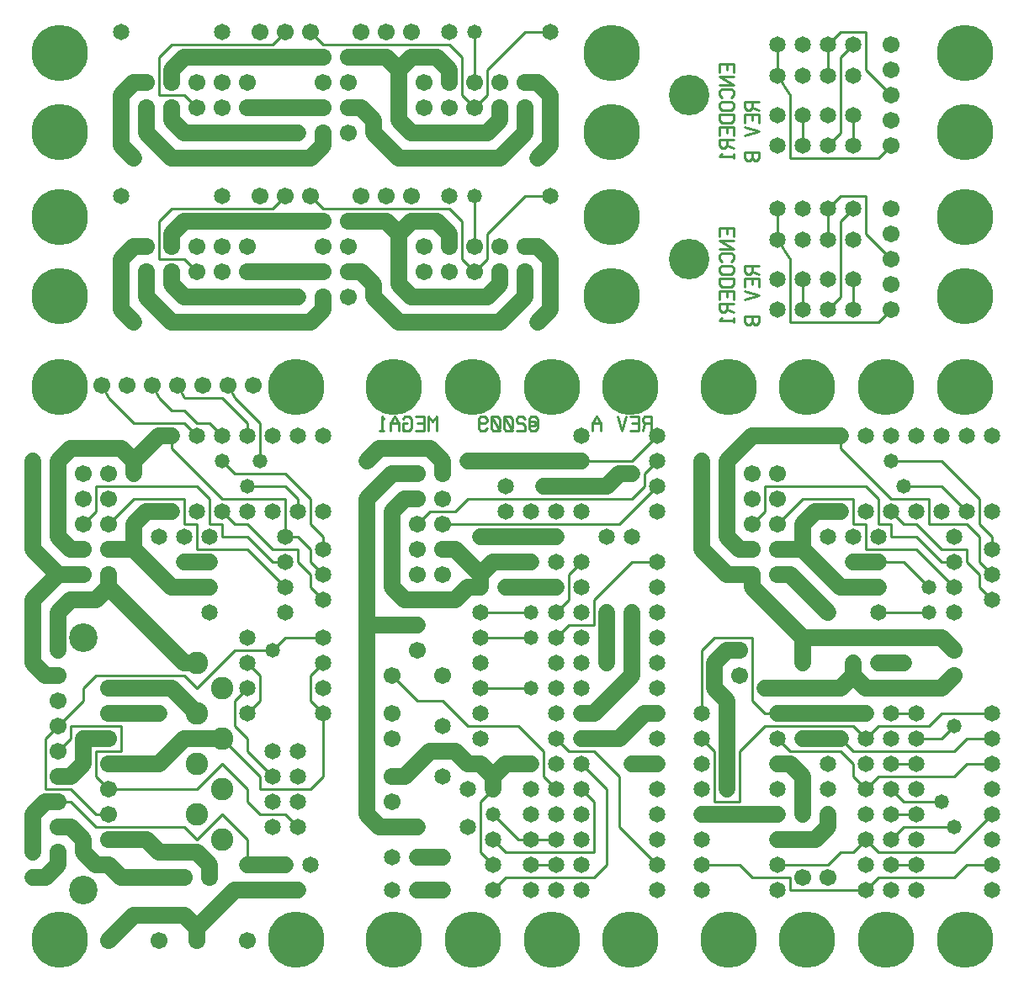
<source format=gbl>
%MOIN*%
%FSLAX25Y25*%
G04 D10 used for Character Trace; *
G04     Circle (OD=.01000) (No hole)*
G04 D11 used for Power Trace; *
G04     Circle (OD=.06500) (No hole)*
G04 D12 used for Signal Trace; *
G04     Circle (OD=.01100) (No hole)*
G04 D13 used for Via; *
G04     Circle (OD=.05800) (Round. Hole ID=.02800)*
G04 D14 used for Component hole; *
G04     Circle (OD=.06500) (Round. Hole ID=.03500)*
G04 D15 used for Component hole; *
G04     Circle (OD=.06700) (Round. Hole ID=.04300)*
G04 D16 used for Component hole; *
G04     Circle (OD=.08100) (Round. Hole ID=.05100)*
G04 D17 used for Component hole; *
G04     Circle (OD=.08900) (Round. Hole ID=.05900)*
G04 D18 used for Component hole; *
G04     Circle (OD=.11300) (Round. Hole ID=.08300)*
G04 D19 used for Component hole; *
G04     Circle (OD=.16000) (Round. Hole ID=.13000)*
G04 D20 used for Component hole; *
G04     Circle (OD=.18300) (Round. Hole ID=.15300)*
G04 D21 used for Component hole; *
G04     Circle (OD=.22291) (Round. Hole ID=.19291)*
%ADD10C,.01000*%
%ADD11C,.06500*%
%ADD12C,.01100*%
%ADD13C,.05800*%
%ADD14C,.06500*%
%ADD15C,.06700*%
%ADD16C,.08100*%
%ADD17C,.08900*%
%ADD18C,.11300*%
%ADD19C,.16000*%
%ADD20C,.18300*%
%ADD21C,.22291*%
%IPPOS*%
%LPD*%
G90*X0Y0D02*D21*X15625Y15625D03*D18*              
X25000Y35000D03*D15*X35000Y15000D03*D11*          
X45000Y25000D01*X65000D01*X70000Y20000D01*        
Y15000D01*D15*D03*D11*Y20000D02*X85000Y35000D01*  
X90000D01*D14*D03*D11*X110000D01*D14*D03*         
X115000Y45000D03*X105000D03*D11*X90000D01*D14*D03*
D12*Y55000D01*X80000Y65000D01*X70000Y55000D01*    
X65000Y60000D01*X30000D01*X20000Y70000D01*        
X15000D01*D15*D03*D11*X10000D01*X5000Y65000D01*   
Y50000D01*D14*D03*D15*X15000Y60000D03*D11*        
X20000D01*X25000Y55000D01*Y50000D01*              
X30000Y45000D01*X35000D01*X40000Y40000D01*        
X65000D01*D15*D03*D11*X55000Y50000D02*X70000D01*  
X75000Y45000D01*Y40000D01*D15*D03*D17*            
X80000Y55000D03*D11*X55000Y50000D02*              
X50000Y55000D01*X35000D01*D15*D03*Y65000D03*D12*  
X30000D01*X20000Y75000D01*X10000D01*Y95000D01*    
X15000Y100000D01*D15*D03*D12*X25000Y110000D01*    
Y115000D01*X30000Y120000D01*X65000D01*            
X70000Y115000D01*X85000Y130000D01*X100000D01*D13* 
D03*D12*X105000Y135000D01*X120000D01*D14*D03*     
Y125000D03*D12*X115000Y120000D01*Y110000D01*      
X120000Y105000D01*D14*D03*D12*Y80000D01*          
X115000Y75000D01*X95000D01*Y80000D01*             
X80000Y95000D01*D17*D03*D11*X65000D01*            
X55000Y85000D01*X35000D01*D15*D03*D12*            
X30000Y90000D02*X40000D01*X30000Y80000D02*        
Y90000D01*X35000Y75000D02*X30000Y80000D01*D15*    
X35000Y75000D03*D12*X70000D01*X80000Y85000D01*    
X90000Y75000D01*Y70000D01*X95000Y65000D01*        
X105000D01*X110000Y60000D01*D14*D03*              
X100000Y70000D03*X110000D03*X100000Y60000D03*     
X110000Y80000D03*X100000D03*D12*X90000Y90000D01*  
Y95000D01*X85000Y100000D01*Y110000D01*            
X90000Y115000D01*D14*D03*D12*Y105000D02*          
X95000Y110000D01*D14*X90000Y105000D03*D12*        
X95000Y110000D02*Y120000D01*X90000Y125000D01*D14* 
D03*D17*X80000Y115000D03*D14*X90000Y135000D03*D17*
X70000Y105000D03*D11*X60000Y115000D01*X35000D01*  
D15*D03*Y105000D03*D11*X55000D01*D13*D03*D12*     
X40000Y90000D02*Y100000D01*X20000D01*Y95000D01*   
X15000Y90000D01*D15*D03*D11*X20000Y80000D02*      
X25000Y85000D01*X15000Y80000D02*X20000D01*D15*    
X15000D03*D11*X25000Y85000D02*Y95000D01*X35000D01*
D15*D03*X15000Y110000D03*D11*X10000Y120000D02*    
X15000D01*D15*D03*D11*X10000D02*X5000Y125000D01*  
Y130000D01*D14*D03*D11*Y150000D01*                
X15000Y160000D01*X25000D01*D15*D03*               
X35000Y170000D03*D11*X45000D01*X60000Y155000D01*  
X65000D01*D14*D03*D11*X75000D01*D14*D03*          
X65000Y165000D03*D11*X75000D01*D14*D03*D12*       
X70000Y170000D02*X90000D01*X105000Y155000D01*D14* 
D03*D12*X120000Y160000D02*X115000Y165000D01*D14*  
X120000Y160000D03*D12*X115000Y165000D02*          
Y170000D01*X110000Y175000D01*X105000D01*D14*D03*  
D12*Y190000D01*X80000D01*X60000Y210000D01*        
Y215000D01*D14*D03*D11*X55000D01*X45000Y205000D01*
Y200000D01*D13*D03*D11*Y205000D02*                
X40000Y210000D01*X20000D01*X15000Y205000D01*      
Y175000D01*X20000Y170000D01*X25000D01*D15*D03*    
X35000Y160000D03*D11*Y155000D01*X65000Y125000D01* 
X70000D01*D17*D03*D14*X75000Y145000D03*D11*       
X30000Y150000D02*X35000Y155000D01*                
X20000Y150000D02*X30000D01*X15000Y145000D02*      
X20000Y150000D01*X15000Y130000D02*Y145000D01*D14* 
Y130000D03*D18*X25000Y135000D03*D11*              
X15000Y160000D02*X5000Y170000D01*Y205000D01*D13*  
D03*D15*X25000Y190000D03*Y200000D03*D12*          
Y180000D02*X30000Y185000D01*D15*X25000Y180000D03* 
D12*X30000Y185000D02*Y195000D01*X70000D01*        
X75000Y190000D01*Y180000D01*X80000D01*Y175000D01* 
X90000D01*X100000Y165000D01*X105000D01*D14*D03*   
D12*X110000D02*Y170000D01*X115000Y160000D02*      
X110000Y165000D01*X115000Y155000D02*Y160000D01*   
X120000Y150000D02*X115000Y155000D01*D14*          
X120000Y150000D03*X105000Y145000D03*D12*          
X100000Y170000D02*X110000D01*X120000Y175000D02*   
X115000Y180000D01*X120000Y170000D02*Y175000D01*   
D14*Y170000D03*D12*X115000Y180000D02*Y190000D01*  
X105000Y200000D01*X85000D01*X80000Y205000D01*D13* 
D03*X90000Y195000D03*D12*X105000D01*              
X110000Y190000D01*Y185000D01*D14*D03*X120000D03*  
X100000D03*D12*Y170000D02*X90000Y180000D01*       
X85000D01*X80000Y185000D01*D14*D03*               
X75000Y175000D03*X90000Y185000D03*X70000D03*D12*  
Y170000D02*Y180000D01*D14*X65000Y175000D03*D12*   
Y180000D02*X70000D01*X65000D02*Y190000D01*        
X45000D01*X35000Y180000D01*D15*D03*D11*           
X45000Y170000D02*Y180000D01*X50000Y185000D01*     
X60000D01*D14*D03*X55000Y175000D03*D15*           
X35000Y200000D03*Y190000D03*D14*X90000Y215000D03* 
D12*Y220000D01*X80000Y230000D01*X65000D01*        
X62500Y235000D01*D15*D03*D12*X60000Y225000D02*    
X65000D01*X70000Y220000D01*X75000D01*             
X80000Y215000D01*D14*D03*X70000D03*D12*           
X65000Y220000D01*X45000D01*X35000Y230000D01*      
X32500Y235000D01*D15*D03*X42500D03*D12*           
X60000Y225000D02*X55000Y230000D01*                
X52500Y235000D01*D15*D03*X72500D03*D12*           
X95000Y220000D02*X85000Y230000D01*                
X95000Y205000D02*Y220000D01*D13*Y205000D03*D14*   
X100000Y215000D03*X110000D03*X120000D03*D12*      
X85000Y230000D02*X82500Y235000D01*D15*D03*        
X92500D03*D21*X109375Y234375D03*X15625D03*D14*    
X120000Y115000D03*X100000Y90000D03*X110000D03*D17*
X70000Y85000D03*X80000Y75000D03*X70000Y65000D03*  
D15*X15000Y50000D03*D11*Y45000D01*X10000Y40000D01*
X5000D01*D14*D03*D15*X55000Y15000D03*X90000D03*   
D21*X109375Y15625D03*G90*X2500Y0D02*D11*          
X142500Y60000D02*X137500Y65000D01*                
X142500Y60000D02*X157500D01*D14*D03*D15*          
X147500Y70000D03*D14*Y48000D03*X157500D03*D11*    
X167500D01*D14*D03*X157500Y35000D03*D11*          
X167500D01*D14*D03*D12*X187500Y45000D02*          
X182500Y50000D01*D14*X187500Y45000D03*D12*        
Y35000D02*X192500Y40000D01*D14*X187500Y35000D03*  
D12*X192500Y40000D02*X227500D01*X232500Y45000D01* 
Y75000D01*X222500Y85000D01*D14*D03*D12*           
X237500Y80000D02*X227500Y90000D01*                
X237500Y60000D02*Y80000D01*X252500Y45000D02*      
X237500Y60000D01*D14*X252500Y45000D03*Y55000D03*  
Y35000D03*Y65000D03*D12*X227500Y50000D02*         
Y70000D01*X192500Y50000D02*X227500D01*X192500D02* 
X187500Y55000D01*D14*D03*D12*X182500Y50000D02*    
Y70000D01*X187500Y75000D01*D14*D03*D11*Y80000D01* 
X192500Y85000D01*X202500D01*D14*D03*D12*          
X212500Y75000D02*X207500Y80000D01*D14*            
X212500Y75000D03*D12*X207500Y80000D02*Y90000D01*  
X197500Y100000D01*X177500D01*X167500Y110000D01*   
X157500D01*X147500Y120000D01*D15*D03*             
X157500Y130000D03*X147500Y105000D03*D14*          
X167500Y100000D03*D13*X157500Y140000D03*D11*      
X137500D01*Y65000D01*X147500Y80000D02*X152500D01* 
D15*X147500D03*D11*X152500D02*X162500Y90000D01*   
X172500D01*X177500Y85000D01*X182500D01*           
X187500Y80000D01*D14*X177500Y75000D03*            
X202500Y65000D03*Y75000D03*D13*X187500Y65000D03*  
D12*X197500Y55000D01*X202500D01*D14*D03*D12*      
X212500D01*D14*D03*X222500Y45000D03*Y65000D03*    
X202500Y45000D03*D12*X212500D01*D14*D03*          
X222500Y35000D03*Y55000D03*X202500Y35000D03*      
X212500D03*Y65000D03*D12*X227500Y70000D02*        
X222500Y75000D01*D14*D03*X212500Y85000D03*D12*    
X217500Y90000D02*X227500D01*X217500D02*           
X212500Y95000D01*D14*D03*X222500Y105000D03*D11*   
X227500D01*X242500Y120000D01*D13*D03*D11*         
Y145000D01*D13*D03*D14*X252500Y135000D03*         
Y155000D03*Y145000D03*D13*X232500D03*D11*         
Y125000D01*D13*D03*D14*X222500Y135000D03*         
Y115000D03*Y125000D03*D12*X212500Y135000D02*      
X217500Y140000D01*D14*X212500Y135000D03*D12*      
X217500Y140000D02*X227500D01*Y150000D01*          
X242500Y165000D01*X252500D01*D14*D03*             
X242500Y175000D03*D12*X167500Y180000D02*          
X237500D01*D15*X167500D03*D12*X162500Y185000D02*  
X172500D01*X157500Y180000D02*X162500Y185000D01*   
D15*X157500Y180000D03*X167500Y170000D03*D11*      
X172500D01*X182500Y160000D01*Y155000D01*D14*D03*  
D11*X177500D01*X172500Y150000D01*X152500D01*D13*  
D03*D11*X147500Y155000D01*Y185000D01*             
X152500Y190000D01*X157500D01*D15*D03*             
X167500Y200000D03*D11*Y205000D01*                 
X162500Y210000D01*X142500D01*X137500Y205000D01*   
D13*D03*D11*Y190000D02*X147500Y200000D01*         
X137500Y140000D02*Y190000D01*D15*                 
X157500Y160000D03*X167500Y120000D03*              
X157500Y170000D03*X167500Y160000D03*D14*          
X182500Y95000D03*Y105000D03*D12*X172500Y185000D02*
X177500Y190000D01*X242500D01*X247500Y195000D01*   
Y200000D01*X252500Y205000D01*D14*D03*Y215000D03*  
D12*X242500Y205000D01*X222500D01*D14*D03*D11*     
X207500D01*D14*D03*D11*X192500D01*D14*D03*D11*    
X177500D01*D13*D03*D14*X192500Y195000D03*D15*     
X167500Y190000D03*D10*X202500Y220957D02*          
X204174D01*Y219043D01*X202500D01*                 
X204174Y217129D02*X202500D01*X201663Y218086D01*   
Y221914D01*X202500Y222871D01*X204174D01*          
X205011Y221914D01*Y218086D01*X204174Y217129D01*   
X200011Y221914D02*X199174Y222871D01*X197500D01*   
X196663Y221914D01*Y220957D01*X197500Y220000D01*   
X199174D01*X200011Y219043D01*Y217129D01*          
X196663D01*X191663Y218086D02*X192500Y217129D01*   
X194174D01*X195011Y218086D01*Y221914D01*          
X194174Y222871D01*X192500D01*X191663Y221914D01*   
Y218086D01*X195011Y217129D02*X191663Y222871D01*   
X186663Y218086D02*X187500Y217129D01*X189174D01*   
X190011Y218086D01*Y221914D01*X189174Y222871D01*   
X187500D01*X186663Y221914D01*Y218086D01*          
X190011Y217129D02*X186663Y222871D01*              
X181663Y220957D02*X182500Y220000D01*X184174D01*   
X185011Y220957D01*Y221914D01*X184174Y222871D01*   
X182500D01*X181663Y221914D01*Y218086D01*          
X182500Y217129D01*X184174D01*X185011Y218086D01*   
D15*X157500Y200000D03*D11*X147500D01*D10*         
X165011Y217129D02*Y222871D01*X163337Y220957D01*   
X161663Y222871D01*Y217129D01*X156663D02*          
X160011D01*Y222871D01*X156663D01*                 
X160011Y220000D02*X157500D01*X151663Y218086D02*   
X152500Y217129D01*X154174D01*X155011Y218086D01*   
Y221914D01*X154174Y222871D01*X152500D01*          
X151663Y221914D01*X153337Y220000D02*X151663D01*   
Y217129D01*X150011D02*Y220000D01*                 
X148337Y222871D01*X146663Y220000D01*Y217129D01*   
X150011Y220000D02*X146663D01*X144174Y221914D02*   
X143337Y222871D01*Y217129D01*X144174D02*          
X142500D01*D21*X179375Y234375D03*D13*             
X182500Y175000D03*D11*X212500D01*D14*D03*         
X222500Y165000D03*D12*X217500Y160000D01*          
Y150000D01*X212500Y145000D01*D14*D03*             
X222500Y155000D03*D13*X202500Y135000D03*D12*      
X182500D01*D14*D03*Y145000D03*D12*X202500D01*D13* 
D03*D14*X212500Y155000D03*D11*X192500D01*D13*D03* 
X202500Y165000D03*D11*X187500D01*                 
X182500Y160000D01*D14*X202500Y185000D03*          
X192500D03*X212500Y165000D03*Y185000D03*          
X207500Y195000D03*D11*X222500D01*D14*D03*D11*     
X232500D01*X237500Y200000D01*X242500D01*D13*D03*  
D14*X252500Y195000D03*D12*X237500Y180000D01*D14*  
X232500Y175000D03*X222500Y185000D03*X252500D03*   
X222500Y145000D03*Y215000D03*D10*                 
X250011Y217129D02*Y222871D01*X247500D01*          
X246663Y221914D01*Y220957D01*X247500Y220000D01*   
X250011D01*X247500D02*X246663Y217129D01*          
X241663D02*X245011D01*Y222871D01*X241663D01*      
X245011Y220000D02*X242500D01*X240011Y222871D02*   
X238337Y217129D01*X236663Y222871D01*              
X230011Y217129D02*Y220000D01*X228337Y222871D01*   
X226663Y220000D01*Y217129D01*X230011Y220000D02*   
X226663D01*D14*X182500Y125000D03*X212500D03*D21*  
X241875Y234375D03*D14*X252500Y125000D03*D21*      
X210625Y234375D03*D14*X182500Y115000D03*D12*      
X202500D01*D13*D03*D14*X212500Y105000D03*         
Y115000D03*X222500Y95000D03*D11*X232500D01*D13*   
D03*D11*X237500D01*X247500Y105000D01*X252500D01*  
D14*D03*Y115000D03*Y95000D03*D13*X242500Y85000D03*
D11*X252500D01*D14*D03*Y75000D03*D21*             
X210625Y15625D03*X241875D03*D14*X177500Y60000D03* 
D21*X179375Y15625D03*D14*X167500Y80000D03*D15*    
X147500Y95000D03*D14*Y35000D03*D21*               
X148125Y15625D03*Y234375D03*G90*X0Y0D02*D14*      
X270000Y35000D03*Y45000D03*D12*X285000D01*        
X290000Y40000D01*X305000D01*Y35000D01*X335000D01* 
D14*D03*D12*X340000Y40000D01*X370000D01*          
X375000Y45000D01*X385000D01*D14*D03*Y55000D03*    
Y35000D03*D13*X370000Y60000D03*D12*X350000D01*    
X345000Y55000D01*D14*D03*D12*X340000Y50000D02*    
X370000D01*X385000Y65000D01*D14*D03*Y75000D03*D12*
X340000Y80000D02*X370000D01*X335000Y75000D02*     
X340000Y80000D01*D14*X335000Y75000D03*D12*        
X330000Y80000D01*Y85000D01*X325000Y90000D01*      
X305000D01*X300000Y95000D01*D14*D03*D12*          
X285000Y90000D02*X295000Y100000D01*               
X285000Y70000D02*Y90000D01*X275000Y70000D02*      
X285000D01*X275000D02*Y90000D01*X270000Y95000D01* 
D14*D03*Y105000D03*D12*Y130000D01*                
X275000Y135000D01*X290000D01*Y110000D01*          
X295000Y105000D01*X300000D01*D14*D03*D11*         
X325000D01*D14*D03*D11*X335000D01*D14*D03*D12*    
Y95000D02*X340000Y100000D01*D14*X335000Y95000D03* 
D12*X330000Y100000D01*X295000D01*D11*             
X280000Y75000D02*Y110000D01*D13*Y75000D03*D14*    
X270000Y85000D03*Y65000D03*D11*X300000D01*D14*D03*
X310000D03*D11*Y80000D01*X305000Y85000D01*        
X300000D01*D14*D03*D13*X310000Y95000D03*D11*      
X325000D01*D14*D03*D12*X330000Y90000D01*          
X370000D01*X375000Y95000D01*X385000D01*D14*D03*   
D12*X370000Y80000D02*X375000Y85000D01*X385000D01* 
D14*D03*D13*X370000Y100000D03*D12*                
X365000Y95000D01*X355000D01*D14*D03*D12*          
X340000Y100000D02*X360000D01*D14*X345000Y95000D03*
Y105000D03*D12*X355000D01*D14*D03*D12*            
X360000Y100000D02*X365000Y105000D01*X385000D01*   
D14*D03*D15*X370000Y120000D03*D11*                
X365000Y115000D01*X335000D01*X330000Y120000D01*   
X325000Y115000D01*X295000D01*D13*D03*D15*         
X285000Y120000D03*D11*X275000Y125000D02*          
X280000Y130000D01*X275000Y115000D02*Y125000D01*   
X280000Y110000D02*X275000Y115000D01*D15*          
X285000Y130000D03*D11*X280000D01*                 
X310000Y135000D02*X290000Y155000D01*              
X310000Y125000D02*Y135000D01*D13*Y125000D03*D11*  
Y135000D02*X335000D01*D14*D03*D11*X350000D01*D14* 
D03*D11*X365000D01*X370000Y130000D01*D15*D03*D14* 
Y145000D03*D13*X360000D03*D12*X340000D01*D14*D03* 
X330000Y155000D03*D11*X325000D01*                 
X310000Y170000D01*X300000D01*D15*D03*D11*         
X310000D02*Y180000D01*D15*X300000D03*D12*         
X310000Y190000D01*X330000D01*Y180000D01*          
X335000D01*Y170000D01*X355000D01*                 
X370000Y155000D01*D14*D03*D12*X385000Y160000D02*  
X380000Y165000D01*D14*X385000Y160000D03*D12*      
X380000Y165000D02*Y175000D01*X375000Y180000D01*   
X360000D01*Y190000D01*X345000D01*                 
X325000Y210000D01*Y215000D01*D14*D03*D11*         
X290000D01*X280000Y205000D01*Y175000D01*          
X285000Y170000D01*X290000D01*D15*D03*             
X300000Y160000D03*D11*X305000D01*                 
X320000Y145000D01*D13*D03*D11*X330000Y155000D02*  
X340000D01*D14*D03*D12*X360000D02*                
X350000Y165000D01*D13*X360000Y155000D03*D14*      
X370000Y165000D03*D12*X365000D01*                 
X355000Y175000D01*X345000D01*Y180000D01*          
X340000D01*Y190000D01*X335000Y195000D01*          
X295000D01*Y185000D01*X290000Y180000D01*D15*D03*  
X300000Y190000D03*X290000D03*X300000Y200000D03*   
D11*X280000Y160000D02*X290000D01*D15*D03*D11*     
Y155000D01*X280000Y160000D02*X270000Y170000D01*   
Y205000D01*D13*D03*D15*X290000Y200000D03*D21*     
X280625Y234375D03*D11*X310000Y180000D02*          
X315000Y185000D01*X325000D01*D14*D03*             
X320000Y175000D03*X335000Y185000D03*              
X330000Y175000D03*X340000D03*D13*                 
X345000Y205000D03*D12*X365000D01*                 
X380000Y190000D01*Y180000D01*X385000Y175000D01*   
Y170000D01*D14*D03*D12*X380000Y155000D02*         
Y160000D01*X385000Y150000D02*X380000Y155000D01*   
D14*X385000Y150000D03*D12*X380000Y160000D02*      
X375000Y165000D01*Y170000D01*X365000D01*          
X355000Y180000D01*X350000D01*X345000Y185000D01*   
D14*D03*D13*X350000Y195000D03*D12*X365000D01*     
X375000Y185000D01*D14*D03*X370000Y175000D03*      
X385000Y185000D03*X365000D03*X355000D03*D12*      
X340000Y165000D02*X350000D01*D14*X340000D03*D11*  
X330000D01*D14*D03*Y125000D03*D11*Y120000D01*D14* 
X340000Y125000D03*D11*X350000D01*D14*D03*         
X320000Y85000D03*X335000D03*X345000D03*D12*       
X355000D01*D14*D03*X345000Y75000D03*D12*          
X350000Y70000D01*X365000D01*D13*D03*D14*          
X355000Y75000D03*Y65000D03*D12*X345000D01*D14*D03*
X355000Y55000D03*X335000D03*D12*X330000Y50000D01* 
X325000D01*X320000Y45000D01*X300000D01*D14*D03*   
D15*X310000Y40000D03*D14*X300000Y55000D03*D11*    
X315000D01*X320000Y60000D01*Y65000D01*D14*D03*    
Y75000D03*D12*X340000Y50000D02*X335000Y55000D01*  
D14*X345000Y45000D03*D12*X355000D01*D14*D03*      
X345000Y35000D03*X355000D03*X335000Y65000D03*     
Y45000D03*D21*X343125Y15625D03*X374375D03*D15*    
X320000Y40000D03*D21*X311875Y15625D03*D14*        
X300000Y75000D03*Y35000D03*D21*X280625Y15625D03*  
D14*X270000Y75000D03*Y55000D03*X385000Y215000D03* 
X375000D03*X365000D03*X355000D03*X345000D03*      
X335000D03*D21*X374375Y234375D03*X343125D03*      
X311875D03*G90*X0Y0D02*D13*X205000Y260000D03*D11* 
X210000Y265000D01*Y285000D01*X205000Y290000D01*   
X200000D01*D15*D03*X190000Y280000D03*D11*         
Y275000D01*X185000Y270000D01*X155000D01*          
X150000Y275000D01*Y295000D01*X155000Y300000D01*   
X165000D01*X170000Y295000D01*Y290000D01*D15*D03*  
D12*X180000Y280000D02*X175000Y285000D01*D15*      
X180000Y280000D03*D12*X185000Y285000D01*          
Y295000D01*X200000Y310000D01*X210000D01*D14*D03*  
D15*X190000Y290000D03*D21*X234375Y301875D03*D15*  
X200000Y280000D03*D11*Y270000D01*                 
X190000Y260000D01*X150000D01*X140000Y270000D01*   
Y275000D01*X135000Y280000D01*X130000D01*D15*D03*  
X120000Y290000D03*Y270000D03*D11*Y265000D01*      
X115000Y260000D01*X60000D01*X50000Y270000D01*     
Y280000D01*D15*D03*D12*X65000Y285000D02*X55000D01*
X70000Y280000D02*X65000Y285000D01*D15*            
X70000Y280000D03*X80000Y290000D03*X60000D03*D11*  
Y295000D01*X65000Y300000D01*X120000D01*D15*D03*   
D12*X170000Y305000D02*X120000D01*                 
X175000Y300000D02*X170000Y305000D01*              
X175000Y285000D02*Y300000D01*D15*                 
X180000Y290000D03*D12*Y310000D01*D13*D03*D14*     
X170000D03*D15*X160000Y290000D03*                 
X155000Y310000D03*X160000Y280000D03*X170000D03*   
D11*X150000Y295000D02*X145000Y300000D01*          
X130000D01*D15*D03*X135000Y310000D03*D12*         
X120000Y305000D02*X115000Y310000D01*D15*D03*      
X105000D03*D12*X100000Y305000D01*X60000D01*       
X55000Y300000D01*Y285000D01*D15*X60000Y280000D03* 
D11*Y275000D01*X65000Y270000D01*X110000D01*D13*   
D03*D15*X120000Y280000D03*D11*X90000D01*D15*D03*  
Y290000D03*X80000Y280000D03*X70000Y290000D03*     
X95000Y310000D03*D14*X80000D03*D15*               
X130000Y270000D03*X50000Y290000D03*D11*X45000D01* 
X40000Y285000D01*Y265000D01*X45000Y260000D01*D13* 
D03*D21*X15625Y270625D03*Y301875D03*D14*          
X40000Y310000D03*D15*X130000Y290000D03*           
X145000Y310000D03*D21*X234375Y270625D03*G90*      
X0Y0D02*D13*X205000Y325000D03*D11*                
X210000Y330000D01*Y350000D01*X205000Y355000D01*   
X200000D01*D15*D03*X190000Y345000D03*D11*         
Y340000D01*X185000Y335000D01*X155000D01*          
X150000Y340000D01*Y360000D01*X155000Y365000D01*   
X165000D01*X170000Y360000D01*Y355000D01*D15*D03*  
D12*X180000Y345000D02*X175000Y350000D01*D15*      
X180000Y345000D03*D12*X185000Y350000D01*          
Y360000D01*X200000Y375000D01*X210000D01*D14*D03*  
D15*X190000Y355000D03*D21*X234375Y366875D03*D15*  
X200000Y345000D03*D11*Y335000D01*                 
X190000Y325000D01*X150000D01*X140000Y335000D01*   
Y340000D01*X135000Y345000D01*X130000D01*D15*D03*  
X120000Y355000D03*Y335000D03*D11*Y330000D01*      
X115000Y325000D01*X60000D01*X50000Y335000D01*     
Y345000D01*D15*D03*D12*X65000Y350000D02*X55000D01*
X70000Y345000D02*X65000Y350000D01*D15*            
X70000Y345000D03*X80000Y355000D03*X60000D03*D11*  
Y360000D01*X65000Y365000D01*X120000D01*D15*D03*   
D12*X170000Y370000D02*X120000D01*                 
X175000Y365000D02*X170000Y370000D01*              
X175000Y350000D02*Y365000D01*D15*                 
X180000Y355000D03*D12*Y375000D01*D13*D03*D14*     
X170000D03*D15*X160000Y355000D03*                 
X155000Y375000D03*X160000Y345000D03*X170000D03*   
D11*X150000Y360000D02*X145000Y365000D01*          
X130000D01*D15*D03*X135000Y375000D03*D12*         
X120000Y370000D02*X115000Y375000D01*D15*D03*      
X105000D03*D12*X100000Y370000D01*X60000D01*       
X55000Y365000D01*Y350000D01*D15*X60000Y345000D03* 
D11*Y340000D01*X65000Y335000D01*X110000D01*D13*   
D03*D15*X120000Y345000D03*D11*X90000D01*D15*D03*  
Y355000D03*X80000Y345000D03*X70000Y355000D03*     
X95000Y375000D03*D14*X80000D03*D15*               
X130000Y335000D03*X50000Y355000D03*D11*X45000D01* 
X40000Y350000D01*Y330000D01*X45000Y325000D01*D13* 
D03*D21*X15625Y335625D03*Y366875D03*D14*          
X40000Y375000D03*D15*X130000Y355000D03*           
X145000Y375000D03*D21*X234375Y335625D03*G90*      
X0Y0D02*D10*X281914Y279163D02*X282871Y280000D01*  
Y281674D01*X281914Y282511D01*X278086D01*          
X277129Y281674D01*Y280000D01*X278086Y279163D01*   
X281914D01*X278086Y261674D02*X277129Y260837D01*   
X282871D01*Y261674D02*Y260000D01*Y267511D02*      
X277129D01*Y265000D01*X278086Y264163D01*          
X279043D01*X280000Y265000D01*Y267511D01*          
Y265000D02*X282871Y264163D01*Y269163D02*          
Y272511D01*X277129D01*Y269163D01*                 
X280000Y272511D02*Y270000D01*X282871Y277511D02*   
X277129D01*Y275000D01*X278086Y274163D01*          
X281914D01*X282871Y275000D01*Y277511D01*          
X281914Y284163D02*X282871Y285000D01*Y286674D01*   
X281914Y287511D01*X278086D01*X277129Y286674D01*   
Y285000D01*X278086Y284163D01*D19*                 
X265000Y285000D03*D10*X282871Y292511D02*          
X277129D01*X282871Y289163D01*X277129D01*          
X292871Y262511D02*X287129D01*Y260000D01*          
X288086Y259163D01*X289043D01*X290000Y260000D01*   
X290957Y259163D01*X291914D01*X292871Y260000D01*   
Y262511D01*X290000D02*Y260000D01*                 
X287129Y272511D02*X292871Y270837D01*              
X287129Y269163D01*X292871Y274163D02*Y277511D01*   
X287129D01*Y274163D01*X290000Y277511D02*          
Y275000D01*X292871Y282511D02*X287129D01*          
Y280000D01*X288086Y279163D01*X289043D01*          
X290000Y280000D01*Y282511D01*Y280000D02*          
X292871Y279163D01*X282871Y294163D02*Y297511D01*   
X277129D01*Y294163D01*X280000Y297511D02*          
Y295000D01*D14*X300000Y265000D03*Y277050D03*      
Y292950D03*D12*X305000Y285000D01*Y260000D01*      
X340000D01*X345000Y265000D01*D15*D03*Y275000D03*  
D14*X330000Y277050D03*D12*Y265000D01*D14*D03*D12* 
X325000Y270000D02*Y300000D01*X330000Y305000D01*   
D14*D03*D12*X335000Y295000D02*Y310000D01*         
X345000Y285000D02*X335000Y295000D01*D15*          
X345000Y285000D03*Y295000D03*D14*                 
X330000Y292950D03*D15*X345000Y305000D03*D12*      
X325000Y270000D02*X320000Y265000D01*D14*D03*      
X310000D03*D12*Y277050D01*D14*D03*                
X320000Y292950D03*D12*Y305000D01*D14*D03*D12*     
X325000Y310000D01*X335000D01*D14*                 
X310000Y305000D03*Y292950D03*X320000Y277050D03*   
X300000Y305000D03*D12*Y292950D01*D21*             
X374375Y270625D03*Y301875D03*G90*X0Y0D02*D12*     
X340000Y325000D02*X305000D01*X345000Y330000D02*   
X340000Y325000D01*D15*X345000Y330000D03*          
Y340000D03*D14*X330000Y342050D03*D12*Y330000D01*  
D14*D03*D12*X325000Y335000D02*Y365000D01*         
X330000Y370000D01*D14*D03*D12*X335000Y360000D02*  
Y375000D01*X345000Y350000D02*X335000Y360000D01*   
D15*X345000Y350000D03*Y360000D03*D14*             
X330000Y357950D03*D15*X345000Y370000D03*D12*      
X325000Y335000D02*X320000Y330000D01*D14*D03*      
X310000D03*D12*Y342050D01*D14*D03*D12*            
X305000Y325000D02*Y350000D01*D14*                 
X300000Y330000D03*D10*X292871Y339163D02*          
Y342511D01*X287129D01*Y339163D01*                 
X290000Y342511D02*Y340000D01*X287129Y337511D02*   
X292871Y335837D01*X287129Y334163D01*              
X292871Y327511D02*X287129D01*Y325000D01*          
X288086Y324163D01*X289043D01*X290000Y325000D01*   
X290957Y324163D01*X291914D01*X292871Y325000D01*   
Y327511D01*X290000D02*Y325000D01*D14*             
X320000Y342050D03*X300000D03*D10*                 
X292871Y347511D02*X287129D01*Y345000D01*          
X288086Y344163D01*X289043D01*X290000Y345000D01*   
Y347511D01*Y345000D02*X292871Y344163D01*          
X281914Y349163D02*X282871Y350000D01*Y351674D01*   
X281914Y352511D01*X278086D01*X277129Y351674D01*   
Y350000D01*X278086Y349163D01*X281914Y344163D02*   
X282871Y345000D01*Y346674D01*X281914Y347511D01*   
X278086D01*X277129Y346674D01*Y345000D01*          
X278086Y344163D01*X281914D01*X282871Y342511D02*   
X277129D01*Y340000D01*X278086Y339163D01*          
X281914D01*X282871Y340000D01*Y342511D01*          
Y334163D02*Y337511D01*X277129D01*Y334163D01*      
X280000Y337511D02*Y335000D01*X282871Y332511D02*   
X277129D01*Y330000D01*X278086Y329163D01*          
X279043D01*X280000Y330000D01*Y332511D01*          
Y330000D02*X282871Y329163D01*D12*                 
X305000Y350000D02*X300000Y357950D01*D14*D03*D12*  
Y370000D01*D14*D03*X310000D03*Y357950D03*         
X320000D03*D12*Y370000D01*D14*D03*D12*            
X325000Y375000D01*X335000D01*D21*                 
X374375Y335625D03*Y366875D03*D10*                 
X282871Y359163D02*Y362511D01*X277129D01*          
Y359163D01*X280000Y362511D02*Y360000D01*          
X282871Y357511D02*X277129D01*X282871Y354163D01*   
X277129D01*X278086Y326674D02*X277129Y325837D01*   
X282871D01*Y326674D02*Y325000D01*D19*             
X265000Y350000D03*M02*                            

</source>
